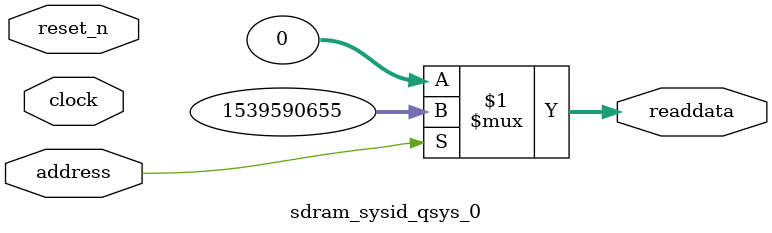
<source format=v>

`timescale 1ns / 1ps
// synthesis translate_on

// turn off superfluous verilog processor warnings 
// altera message_level Level1 
// altera message_off 10034 10035 10036 10037 10230 10240 10030 

module sdram_sysid_qsys_0 (
               // inputs:
                address,
                clock,
                reset_n,

               // outputs:
                readdata
             )
;

  output  [ 31: 0] readdata;
  input            address;
  input            clock;
  input            reset_n;

  wire    [ 31: 0] readdata;
  //control_slave, which is an e_avalon_slave
  assign readdata = address ? 1539590655 : 0;

endmodule




</source>
